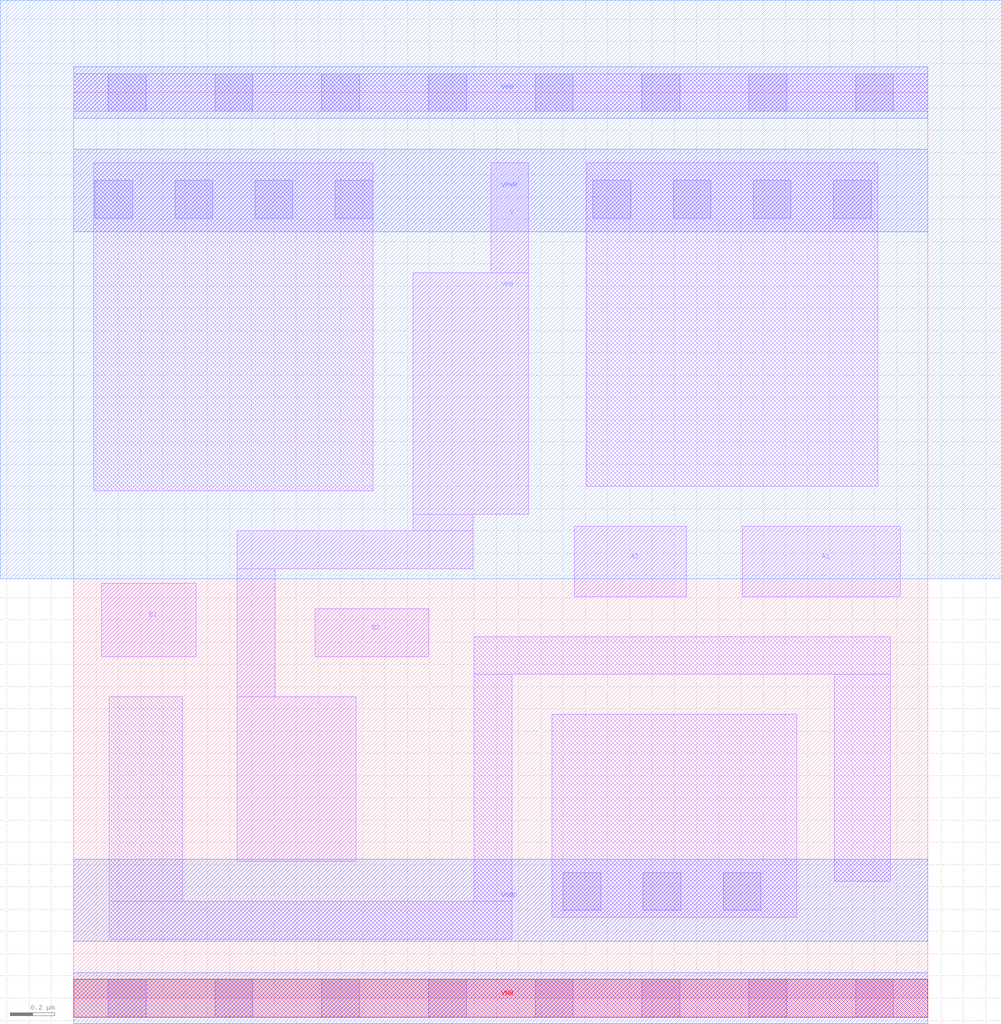
<source format=lef>
# Copyright 2020 The SkyWater PDK Authors
#
# Licensed under the Apache License, Version 2.0 (the "License");
# you may not use this file except in compliance with the License.
# You may obtain a copy of the License at
#
#     https://www.apache.org/licenses/LICENSE-2.0
#
# Unless required by applicable law or agreed to in writing, software
# distributed under the License is distributed on an "AS IS" BASIS,
# WITHOUT WARRANTIES OR CONDITIONS OF ANY KIND, either express or implied.
# See the License for the specific language governing permissions and
# limitations under the License.
#
# SPDX-License-Identifier: Apache-2.0

VERSION 5.7 ;
  NOWIREEXTENSIONATPIN ON ;
  DIVIDERCHAR "/" ;
  BUSBITCHARS "[]" ;
MACRO sky130_fd_sc_hvl__o22ai_1
  CLASS CORE ;
  FOREIGN sky130_fd_sc_hvl__o22ai_1 ;
  ORIGIN  0.000000  0.000000 ;
  SIZE  3.840000 BY  4.070000 ;
  SYMMETRY X Y ;
  SITE unithv ;
  PIN A1
    ANTENNAGATEAREA  1.125000 ;
    DIRECTION INPUT ;
    USE SIGNAL ;
    PORT
      LAYER li1 ;
        RECT 3.005000 1.805000 3.715000 2.120000 ;
    END
  END A1
  PIN A2
    ANTENNAGATEAREA  1.125000 ;
    DIRECTION INPUT ;
    USE SIGNAL ;
    PORT
      LAYER li1 ;
        RECT 2.250000 1.805000 2.755000 2.120000 ;
    END
  END A2
  PIN B1
    ANTENNAGATEAREA  1.125000 ;
    DIRECTION INPUT ;
    USE SIGNAL ;
    PORT
      LAYER li1 ;
        RECT 0.125000 1.535000 0.550000 1.865000 ;
    END
  END B1
  PIN B2
    ANTENNAGATEAREA  1.125000 ;
    DIRECTION INPUT ;
    USE SIGNAL ;
    PORT
      LAYER li1 ;
        RECT 1.085000 1.535000 1.595000 1.750000 ;
    END
  END B2
  PIN Y
    ANTENNADIFFAREA  0.742500 ;
    DIRECTION OUTPUT ;
    USE SIGNAL ;
    PORT
      LAYER li1 ;
        RECT 0.735000 0.615000 1.270000 1.355000 ;
        RECT 0.735000 1.355000 0.905000 1.930000 ;
        RECT 0.735000 1.930000 1.795000 2.100000 ;
        RECT 1.525000 2.100000 1.795000 2.175000 ;
        RECT 1.525000 2.175000 2.045000 3.260000 ;
        RECT 1.875000 3.260000 2.045000 3.755000 ;
    END
  END Y
  PIN VGND
    DIRECTION INOUT ;
    USE GROUND ;
    PORT
      LAYER met1 ;
        RECT 0.000000 0.255000 3.840000 0.625000 ;
    END
  END VGND
  PIN VNB
    DIRECTION INOUT ;
    USE GROUND ;
    PORT
      LAYER met1 ;
        RECT 0.000000 -0.115000 3.840000 0.115000 ;
      LAYER pwell ;
        RECT 0.000000 -0.085000 3.840000 0.085000 ;
    END
  END VNB
  PIN VPB
    DIRECTION INOUT ;
    USE POWER ;
    PORT
      LAYER met1 ;
        RECT 0.000000 3.955000 3.840000 4.185000 ;
      LAYER nwell ;
        RECT -0.330000 1.885000 4.170000 4.485000 ;
    END
  END VPB
  PIN VPWR
    DIRECTION INOUT ;
    USE POWER ;
    PORT
      LAYER met1 ;
        RECT 0.000000 3.445000 3.840000 3.815000 ;
    END
  END VPWR
  OBS
    LAYER li1 ;
      RECT 0.000000 -0.085000 3.840000 0.085000 ;
      RECT 0.000000  3.985000 3.840000 4.155000 ;
      RECT 0.090000  2.280000 1.345000 3.755000 ;
      RECT 0.160000  0.265000 1.970000 0.435000 ;
      RECT 0.160000  0.435000 0.490000 1.355000 ;
      RECT 1.800000  0.435000 1.970000 1.455000 ;
      RECT 1.800000  1.455000 3.670000 1.625000 ;
      RECT 2.150000  0.365000 3.250000 1.275000 ;
      RECT 2.305000  2.300000 3.615000 3.755000 ;
      RECT 3.420000  0.525000 3.670000 1.455000 ;
    LAYER mcon ;
      RECT 0.095000  3.505000 0.265000 3.675000 ;
      RECT 0.155000 -0.085000 0.325000 0.085000 ;
      RECT 0.155000  3.985000 0.325000 4.155000 ;
      RECT 0.455000  3.505000 0.625000 3.675000 ;
      RECT 0.635000 -0.085000 0.805000 0.085000 ;
      RECT 0.635000  3.985000 0.805000 4.155000 ;
      RECT 0.815000  3.505000 0.985000 3.675000 ;
      RECT 1.115000 -0.085000 1.285000 0.085000 ;
      RECT 1.115000  3.985000 1.285000 4.155000 ;
      RECT 1.175000  3.505000 1.345000 3.675000 ;
      RECT 1.595000 -0.085000 1.765000 0.085000 ;
      RECT 1.595000  3.985000 1.765000 4.155000 ;
      RECT 2.075000 -0.085000 2.245000 0.085000 ;
      RECT 2.075000  3.985000 2.245000 4.155000 ;
      RECT 2.200000  0.395000 2.370000 0.565000 ;
      RECT 2.335000  3.505000 2.505000 3.675000 ;
      RECT 2.555000 -0.085000 2.725000 0.085000 ;
      RECT 2.555000  3.985000 2.725000 4.155000 ;
      RECT 2.560000  0.395000 2.730000 0.565000 ;
      RECT 2.695000  3.505000 2.865000 3.675000 ;
      RECT 2.920000  0.395000 3.090000 0.565000 ;
      RECT 3.035000 -0.085000 3.205000 0.085000 ;
      RECT 3.035000  3.985000 3.205000 4.155000 ;
      RECT 3.055000  3.505000 3.225000 3.675000 ;
      RECT 3.415000  3.505000 3.585000 3.675000 ;
      RECT 3.515000 -0.085000 3.685000 0.085000 ;
      RECT 3.515000  3.985000 3.685000 4.155000 ;
  END
END sky130_fd_sc_hvl__o22ai_1
END LIBRARY

</source>
